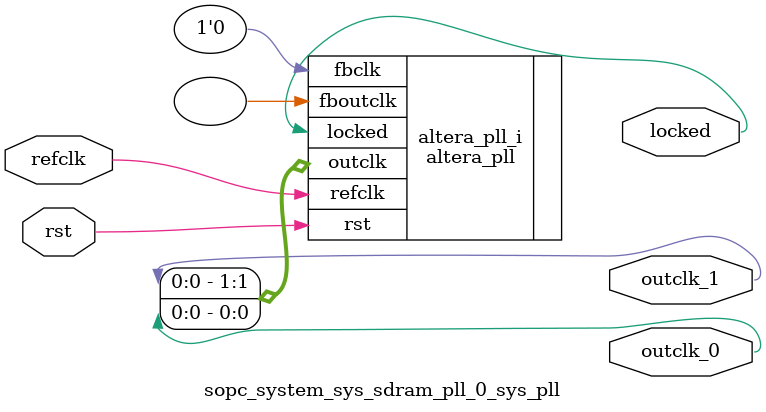
<source format=v>
`timescale 1ns/10ps
module  sopc_system_sys_sdram_pll_0_sys_pll(

	// interface 'refclk'
	input wire refclk,

	// interface 'reset'
	input wire rst,

	// interface 'outclk0'
	output wire outclk_0,

	// interface 'outclk1'
	output wire outclk_1,

	// interface 'locked'
	output wire locked
);

	altera_pll #(
		.fractional_vco_multiplier("false"),
		.reference_clock_frequency("50.0 MHz"),
		.operation_mode("direct"),
		.number_of_clocks(2),
		.output_clock_frequency0("50.000000 MHz"),
		.phase_shift0("0 ps"),
		.duty_cycle0(50),
		.output_clock_frequency1("50.000000 MHz"),
		.phase_shift1("-3000 ps"),
		.duty_cycle1(50),
		.output_clock_frequency2("0 MHz"),
		.phase_shift2("0 ps"),
		.duty_cycle2(50),
		.output_clock_frequency3("0 MHz"),
		.phase_shift3("0 ps"),
		.duty_cycle3(50),
		.output_clock_frequency4("0 MHz"),
		.phase_shift4("0 ps"),
		.duty_cycle4(50),
		.output_clock_frequency5("0 MHz"),
		.phase_shift5("0 ps"),
		.duty_cycle5(50),
		.output_clock_frequency6("0 MHz"),
		.phase_shift6("0 ps"),
		.duty_cycle6(50),
		.output_clock_frequency7("0 MHz"),
		.phase_shift7("0 ps"),
		.duty_cycle7(50),
		.output_clock_frequency8("0 MHz"),
		.phase_shift8("0 ps"),
		.duty_cycle8(50),
		.output_clock_frequency9("0 MHz"),
		.phase_shift9("0 ps"),
		.duty_cycle9(50),
		.output_clock_frequency10("0 MHz"),
		.phase_shift10("0 ps"),
		.duty_cycle10(50),
		.output_clock_frequency11("0 MHz"),
		.phase_shift11("0 ps"),
		.duty_cycle11(50),
		.output_clock_frequency12("0 MHz"),
		.phase_shift12("0 ps"),
		.duty_cycle12(50),
		.output_clock_frequency13("0 MHz"),
		.phase_shift13("0 ps"),
		.duty_cycle13(50),
		.output_clock_frequency14("0 MHz"),
		.phase_shift14("0 ps"),
		.duty_cycle14(50),
		.output_clock_frequency15("0 MHz"),
		.phase_shift15("0 ps"),
		.duty_cycle15(50),
		.output_clock_frequency16("0 MHz"),
		.phase_shift16("0 ps"),
		.duty_cycle16(50),
		.output_clock_frequency17("0 MHz"),
		.phase_shift17("0 ps"),
		.duty_cycle17(50),
		.pll_type("General"),
		.pll_subtype("General")
	) altera_pll_i (
		.rst	(rst),
		.outclk	({outclk_1, outclk_0}),
		.locked	(locked),
		.fboutclk	( ),
		.fbclk	(1'b0),
		.refclk	(refclk)
	);
endmodule


</source>
